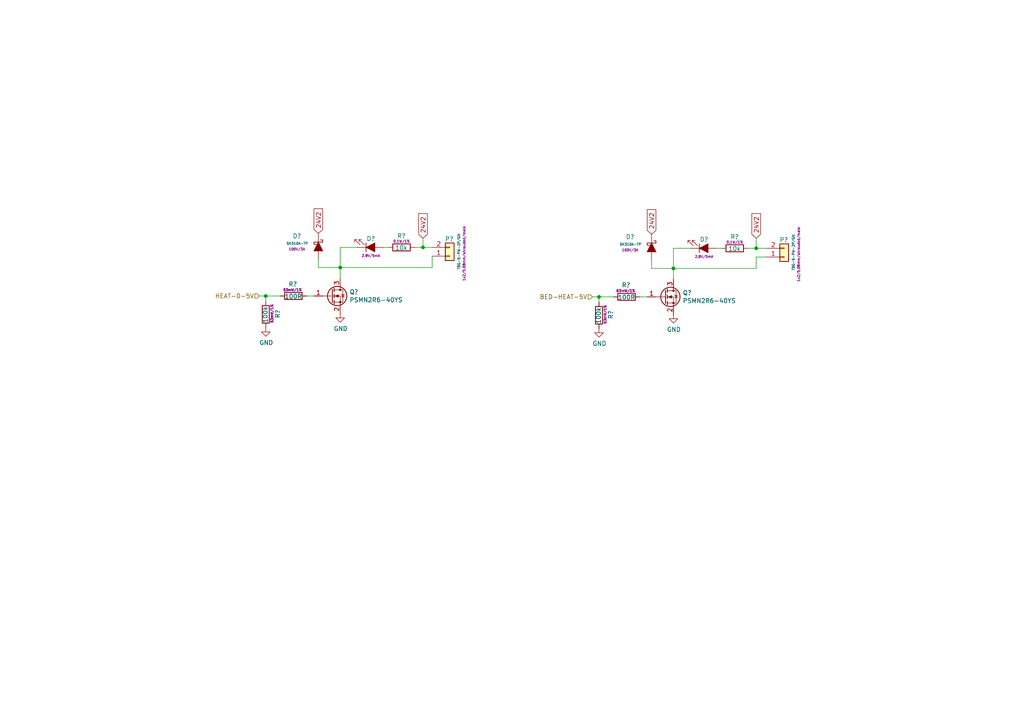
<source format=kicad_sch>
(kicad_sch (version 20231120) (generator "eeschema") (generator_version "8.0")
  (paper "A4")
  (title_block (title "Buddy") (date "2019-10-24") (rev "v1.0.0") (company "PRUSA Research s.r.o.") (comment 1 "http://creativecommons.org/licenses/by-sa/4.0/") (comment 2 "Licensed under the Attribution-ShareAlike 4.0 International (CC BY-SA 4.0)"))
  (lib_symbols
    (symbol "BUDDY_v1.0.0-rescue:D_Schottky_ALT-Device" (pin_numbers hide) (pin_names (offset 1.016) hide)
      (property "Reference" "D" (at 0 2.54 0))
      (property "Value" "Device:D_Schottky_ALT" (at 0 -2.54 0))
      (symbol "D_Schottky_ALT-Device_0_1"
        (polyline (pts (xy 1.27 0) (xy -1.27 0)))
        (polyline (pts (xy 1.27 1.27) (xy 1.27 -1.27) (xy -1.27 0) (xy 1.27 1.27)) (stroke (width 0.2032)) (fill (type outline)))
        (polyline (pts (xy -1.905 0.635) (xy -1.905 1.27) (xy -1.27 1.27) (xy -1.27 -1.27) (xy -0.635 -1.27) (xy -0.635 -0.635)) (stroke (width 0.2032)))
      )
      (symbol "D_Schottky_ALT-Device_1_1"
        (pin passive line (at -3.81 0 0) (length 2.54) (name "K") (number "1"))
        (pin passive line (at 3.81 0 180) (length 2.54) (name "A") (number "2"))
      )
    )
    (symbol "BUDDY_v1.0.0-rescue:GND-power" (power) (pin_names (offset 0))
      (property "Value" "power:GND" (at 0 -3.81 0))
      (symbol "GND-power_0_1"
        (polyline (pts (xy 0 0) (xy 0 -1.27) (xy 1.27 -1.27) (xy 0 -2.54) (xy -1.27 -1.27) (xy 0 -1.27)))
      )
      (symbol "GND-power_1_1"
        (pin power_in line (at 0 0 270) (length 0) hide (name "GND") (number "1"))
      )
    )
    (symbol "BUDDY_v1.0.0-rescue:LED_ALT-Device" (pin_numbers hide) (pin_names (offset 1.016) hide)
      (property "Reference" "D" (at 0 2.54 0))
      (property "Value" "Device:LED_ALT" (at 0 -2.54 0))
      (symbol "LED_ALT-Device_0_1"
        (polyline (pts (xy -1.27 -1.27) (xy -1.27 1.27)) (stroke (width 0.2032)))
        (polyline (pts (xy -1.27 0) (xy 1.27 0)))
        (polyline (pts (xy 1.27 -1.27) (xy 1.27 1.27) (xy -1.27 0) (xy 1.27 -1.27)) (stroke (width 0.2032)) (fill (type outline)))
        (polyline (pts (xy -3.048 -0.762) (xy -4.572 -2.286) (xy -3.81 -2.286) (xy -4.572 -2.286) (xy -4.572 -1.524)))
        (polyline (pts (xy -1.778 -0.762) (xy -3.302 -2.286) (xy -2.54 -2.286) (xy -3.302 -2.286) (xy -3.302 -1.524)))
      )
      (symbol "LED_ALT-Device_1_1"
        (pin passive line (at -3.81 0 0) (length 2.54) (name "K") (number "1"))
        (pin passive line (at 3.81 0 180) (length 2.54) (name "A") (number "2"))
      )
    )
    (symbol "Connector_Generic:Conn_01x02" (pin_names (offset 1.016) hide)
      (property "Reference" "J" (at 0 2.54 0))
      (property "Value" "Conn_01x02" (at 0 -5.08 0))
      (symbol "Conn_01x02_1_1"
        (rectangle (start -1.27 -2.413) (end 0 -2.667) (stroke (width 0.1524)))
        (rectangle (start -1.27 0.127) (end 0 -0.127) (stroke (width 0.1524)))
        (rectangle (start -1.27 1.27) (end 1.27 -3.81) (stroke (width 0.254)) (fill (type background)))
        (pin passive line (at -5.08 0 0) (length 3.81) (name "Pin_1") (number "1"))
        (pin passive line (at -5.08 -2.54 0) (length 3.81) (name "Pin_2") (number "2"))
      )
    )
    (symbol "Device:R" (pin_numbers hide) (pin_names (offset 0))
      (property "Reference" "R" (at 2.032 0 90))
      (property "Value" "R" (at 0 0 90))
      (symbol "R_0_1"
        (rectangle (start -1.016 -2.54) (end 1.016 2.54) (stroke (width 0.254)))
      )
      (symbol "R_1_1"
        (pin passive line (at 0 3.81 270) (length 1.27) (name "~") (number "1"))
        (pin passive line (at 0 -3.81 90) (length 1.27) (name "~") (number "2"))
      )
    )
    (symbol "Transistor_FET:MMBF170" (pin_names hide)
      (property "Reference" "Q" (at 5.08 1.905 0))
      (property "Value" "MMBF170" (at 5.08 0 0))
      (symbol "MMBF170_0_1"
        (polyline (pts (xy 0.254 0) (xy -2.54 0)))
        (polyline (pts (xy 0.254 1.905) (xy 0.254 -1.905)) (stroke (width 0.254)))
        (polyline (pts (xy 0.762 -1.27) (xy 0.762 -2.286)) (stroke (width 0.254)))
        (polyline (pts (xy 0.762 0.508) (xy 0.762 -0.508)) (stroke (width 0.254)))
        (polyline (pts (xy 0.762 2.286) (xy 0.762 1.27)) (stroke (width 0.254)))
        (polyline (pts (xy 2.54 2.54) (xy 2.54 1.778)))
        (polyline (pts (xy 2.54 -2.54) (xy 2.54 0) (xy 0.762 0)))
        (polyline (pts (xy 0.762 -1.778) (xy 3.302 -1.778) (xy 3.302 1.778) (xy 0.762 1.778)))
        (polyline (pts (xy 1.016 0) (xy 2.032 0.381) (xy 2.032 -0.381) (xy 1.016 0)) (fill (type outline)))
        (polyline (pts (xy 2.794 0.508) (xy 2.921 0.381) (xy 3.683 0.381) (xy 3.81 0.254)))
        (polyline (pts (xy 3.302 0.381) (xy 2.921 -0.254) (xy 3.683 -0.254) (xy 3.302 0.381)))
        (circle (center 1.651 0) (radius 2.794) (stroke (width 0.254)))
        (circle (center 2.54 -1.778) (radius 0.254) (fill (type outline)))
        (circle (center 2.54 1.778) (radius 0.254) (fill (type outline)))
      )
      (symbol "MMBF170_1_1"
        (pin input line (at -5.08 0 0) (length 2.54) (name "G") (number "1"))
        (pin passive line (at 2.54 -5.08 90) (length 2.54) (name "S") (number "2"))
        (pin passive line (at 2.54 5.08 270) (length 2.54) (name "D") (number "3"))
      )
    )
  )
  (junction (at 219.329 72.009))
  (junction (at 77.089 85.852))
  (junction (at 98.679 77.597))
  (junction (at 173.736 86.106))
  (junction (at 122.682 71.755))
  (junction (at 195.326 77.851))
  (wire (pts (xy 98.679 77.597) (xy 92.329 77.597)))
  (wire (pts (xy 77.089 85.852) (xy 81.28 85.852)))
  (wire (pts (xy 88.9 85.852) (xy 91.059 85.852)))
  (wire (pts (xy 185.547 86.106) (xy 187.706 86.106)))
  (wire (pts (xy 195.326 81.026) (xy 195.326 77.851)))
  (wire (pts (xy 125.349 77.597) (xy 125.349 74.295)))
  (wire (pts (xy 195.326 77.851) (xy 188.976 77.851)))
  (wire (pts (xy 98.679 71.755) (xy 103.632 71.755)))
  (wire (pts (xy 195.326 77.851) (xy 219.329 77.851)))
  (wire (pts (xy 219.329 69.088) (xy 219.329 72.009)))
  (wire (pts (xy 77.089 87.376) (xy 77.089 85.852)))
  (wire (pts (xy 219.329 74.549) (xy 219.329 77.851)))
  (wire (pts (xy 98.679 80.772) (xy 98.679 77.597)))
  (wire (pts (xy 77.089 85.852) (xy 75.184 85.852)))
  (wire (pts (xy 195.326 72.009) (xy 200.279 72.009)))
  (wire (pts (xy 173.736 86.106) (xy 171.831 86.106)))
  (wire (pts (xy 188.976 77.851) (xy 188.976 75.565)))
  (wire (pts (xy 92.329 77.597) (xy 92.329 75.311)))
  (wire (pts (xy 120.269 71.755) (xy 122.682 71.755)))
  (wire (pts (xy 173.736 86.106) (xy 177.927 86.106)))
  (wire (pts (xy 98.679 77.597) (xy 98.679 71.755)))
  (wire (pts (xy 222.377 74.549) (xy 219.329 74.549)))
  (wire (pts (xy 111.252 71.755) (xy 112.649 71.755)))
  (wire (pts (xy 195.326 77.851) (xy 195.326 72.009)))
  (wire (pts (xy 122.682 71.755) (xy 122.682 69.088)))
  (wire (pts (xy 219.329 72.009) (xy 222.377 72.009)))
  (wire (pts (xy 98.679 77.597) (xy 125.349 77.597)))
  (wire (pts (xy 122.682 71.755) (xy 125.349 71.755)))
  (wire (pts (xy 207.899 72.009) (xy 209.296 72.009)))
  (wire (pts (xy 216.916 72.009) (xy 219.329 72.009)))
  (wire (pts (xy 173.736 87.63) (xy 173.736 86.106)))
  (global_label "24V2" (shape input) (at 92.329 67.691 90) (property "Intersheetrefs" "${INTERSHEET_REFS}" (effects (hide yes))))
  (global_label "24V2" (shape input) (at 188.976 67.945 90) (property "Intersheetrefs" "${INTERSHEET_REFS}" (effects (hide yes))))
  (global_label "24V2" (shape input) (at 219.329 69.088 90) (property "Intersheetrefs" "${INTERSHEET_REFS}" (effects (hide yes))))
  (global_label "24V2" (shape input) (at 122.682 69.088 90) (property "Intersheetrefs" "${INTERSHEET_REFS}" (effects (hide yes))))
  (hierarchical_label "HEAT-0-5V" (shape input) (at 75.184 85.852 180))
  (hierarchical_label "BED-HEAT-5V" (shape input) (at 171.831 86.106 180))
  (symbol (lib_id "Device:R") (at 85.09 85.852 90) (unit 1)
    (property "Reference" "R44" (at 86.233 82.423 90) (effects (justify left)))
    (property "Value" "100R" (at 87.63 85.979 90) (effects (justify left)))
    (property "Footprint" "A3IDES_footprints:R_0402_1005Metric" (effects (hide yes)))
    (property "req" "63mW/1%" (at 84.836 84.074 90) (effects (font (size 0.7112 0.7112))))
    (instances (project "" (path "" (reference "R?") (unit 1)) (path "" (reference "R44") (unit 1))))
  )
  (symbol (lib_id "Transistor_FET:MMBF170") (at 96.139 85.852 0) (unit 1)
    (property "Reference" "Q3" (at 101.346 84.6836 0) (effects (justify left)))
    (property "Value" "PSMN2R6-40YS" (at 101.346 86.995 0) (effects (justify left)))
    (property "Footprint" "A3IDES_footprints:SOT-669_LFPAK_alternate-numbers_VIA" (effects (hide yes)))
    (property "req" "40V/100A/272W/1,8mΩ" (effects (hide yes)))
    (instances (project "" (path "" (reference "Q?") (unit 1)) (path "" (reference "Q3") (unit 1))))
  )
  (symbol (lib_id "BUDDY_v1.0.0-rescue:GND-power") (at 98.679 90.932 0) (unit 1)
    (property "Reference" "#PWR044" (effects (hide yes)))
    (property "Value" "GND" (at 98.806 95.3262 0))
    (instances (project "" (path "" (reference "#PWR?") (unit 1)) (path "" (reference "#PWR044") (unit 1))))
  )
  (symbol (lib_id "BUDDY_v1.0.0-rescue:LED_ALT-Device") (at 107.442 71.755 0) (mirror x) (unit 1)
    (property "Reference" "D13" (at 107.569 69.215 0))
    (property "Value" "GRN" (effects (hide yes)))
    (property "Footprint" "A3IDES_footprints:LED_0603" (effects (hide yes)))
    (property "req" "2,8V/5mA" (at 107.569 74.168 0) (effects (font (size 0.7112 0.7112))))
    (instances (project "" (path "" (reference "D?") (unit 1)) (path "" (reference "D13") (unit 1))))
  )
  (symbol (lib_id "Device:R") (at 116.459 71.755 90) (unit 1)
    (property "Reference" "R45" (at 117.729 68.453 90) (effects (justify left)))
    (property "Value" "10k" (at 118.237 71.882 90) (effects (justify left)))
    (property "Footprint" "A3IDES_footprints:R_0603_1608Metric" (effects (hide yes)))
    (property "req" "0,1W/1%" (at 116.459 69.977 90) (effects (font (size 0.7112 0.7112))))
    (instances (project "" (path "" (reference "R?") (unit 1)) (path "" (reference "R45") (unit 1))))
  )
  (symbol (lib_id "Connector_Generic:Conn_01x02") (at 130.429 74.295 0) (mirror x) (unit 1)
    (property "Reference" "P5" (at 129.032 69.342 0) (effects (justify left)))
    (property "Value" "TBG-5-PW-2P/GN" (at 133.096 67.691 90) (effects (font (size 0.7112 0.7112)) (justify left)))
    (property "Footprint" "A3IDES_footprints:PhoenixContact_MSTBVA-G_02x5.08mm_Vertical" (effects (hide yes)))
    (property "req" "1x2/5,08mm/shrouded/male" (at 134.62 65.532 90) (effects (font (size 0.7112 0.7112)) (justify left)))
    (instances (project "" (path "" (reference "P?") (unit 1)) (path "" (reference "P5") (unit 1))))
  )
  (symbol (lib_id "BUDDY_v1.0.0-rescue:D_Schottky_ALT-Device") (at 92.329 71.501 270) (unit 1)
    (property "Reference" "D12" (at 84.836 68.453 90) (effects (justify left)))
    (property "Value" "SK310A-TP" (at 83.058 70.612 90) (effects (font (size 0.7112 0.7112)) (justify left)))
    (property "Footprint" "A3IDES_footprints:DO-214AC" (effects (hide yes)))
    (property "req" "100V/3A" (at 86.106 72.263 90) (effects (font (size 0.7112 0.7112))))
    (instances (project "" (path "" (reference "D?") (unit 1)) (path "" (reference "D12") (unit 1))))
  )
  (symbol (lib_id "Device:R") (at 77.089 91.186 0) (unit 1)
    (property "Reference" "R43" (at 80.518 92.329 90) (effects (justify left)))
    (property "Value" "100k" (at 76.962 93.726 90) (effects (justify left)))
    (property "Footprint" "A3IDES_footprints:R_0402_1005Metric" (effects (hide yes)))
    (property "req" "63mW/1%" (at 78.867 90.932 90) (effects (font (size 0.7112 0.7112))))
    (instances (project "" (path "" (reference "R?") (unit 1)) (path "" (reference "R43") (unit 1))))
  )
  (symbol (lib_id "BUDDY_v1.0.0-rescue:GND-power") (at 77.089 94.996 0) (unit 1)
    (property "Reference" "#PWR042" (effects (hide yes)))
    (property "Value" "GND" (at 77.216 99.3902 0))
    (instances (project "" (path "" (reference "#PWR?") (unit 1)) (path "" (reference "#PWR042") (unit 1))))
  )
  (symbol (lib_id "Device:R") (at 181.737 86.106 90) (unit 1)
    (property "Reference" "R47" (at 182.88 82.677 90) (effects (justify left)))
    (property "Value" "100R" (at 184.277 86.233 90) (effects (justify left)))
    (property "Footprint" "A3IDES_footprints:R_0402_1005Metric" (effects (hide yes)))
    (property "req" "63mW/1%" (at 181.483 84.328 90) (effects (font (size 0.7112 0.7112))))
    (instances (project "" (path "" (reference "R?") (unit 1)) (path "" (reference "R47") (unit 1))))
  )
  (symbol (lib_id "Transistor_FET:MMBF170") (at 192.786 86.106 0) (unit 1)
    (property "Reference" "Q4" (at 197.993 84.9376 0) (effects (justify left)))
    (property "Value" "PSMN2R6-40YS" (at 197.993 87.249 0) (effects (justify left)))
    (property "Footprint" "A3IDES_footprints:SOT-669_LFPAK_alternate-numbers_VIA" (effects (hide yes)))
    (property "req" "40V/100A/272W/1,8mΩ" (effects (hide yes)))
    (instances (project "" (path "" (reference "Q?") (unit 1)) (path "" (reference "Q4") (unit 1))))
  )
  (symbol (lib_id "BUDDY_v1.0.0-rescue:GND-power") (at 195.326 91.186 0) (unit 1)
    (property "Reference" "#PWR048" (effects (hide yes)))
    (property "Value" "GND" (at 195.453 95.5802 0))
    (instances (project "" (path "" (reference "#PWR?") (unit 1)) (path "" (reference "#PWR048") (unit 1))))
  )
  (symbol (lib_id "BUDDY_v1.0.0-rescue:LED_ALT-Device") (at 204.089 72.009 0) (mirror x) (unit 1)
    (property "Reference" "D15" (at 204.216 69.469 0))
    (property "Value" "GRN" (effects (hide yes)))
    (property "Footprint" "A3IDES_footprints:LED_0603" (effects (hide yes)))
    (property "req" "2,8V/5mA" (at 204.216 74.422 0) (effects (font (size 0.7112 0.7112))))
    (instances (project "" (path "" (reference "D?") (unit 1)) (path "" (reference "D15") (unit 1))))
  )
  (symbol (lib_id "Device:R") (at 213.106 72.009 90) (unit 1)
    (property "Reference" "R48" (at 214.376 68.707 90) (effects (justify left)))
    (property "Value" "10k" (at 214.884 72.136 90) (effects (justify left)))
    (property "Footprint" "A3IDES_footprints:R_0603_1608Metric" (effects (hide yes)))
    (property "req" "0,1W/1%" (at 213.106 70.231 90) (effects (font (size 0.7112 0.7112))))
    (instances (project "" (path "" (reference "R?") (unit 1)) (path "" (reference "R48") (unit 1))))
  )
  (symbol (lib_id "BUDDY_v1.0.0-rescue:D_Schottky_ALT-Device") (at 188.976 71.755 270) (unit 1)
    (property "Reference" "D14" (at 181.483 68.707 90) (effects (justify left)))
    (property "Value" "SK310A-TP" (at 179.705 70.866 90) (effects (font (size 0.7112 0.7112)) (justify left)))
    (property "Footprint" "A3IDES_footprints:DO-214AC" (effects (hide yes)))
    (property "req" "100V/3A" (at 182.753 72.517 90) (effects (font (size 0.7112 0.7112))))
    (instances (project "" (path "" (reference "D?") (unit 1)) (path "" (reference "D14") (unit 1))))
  )
  (symbol (lib_id "Device:R") (at 173.736 91.44 0) (unit 1)
    (property "Reference" "R46" (at 177.165 92.583 90) (effects (justify left)))
    (property "Value" "100k" (at 173.609 93.98 90) (effects (justify left)))
    (property "Footprint" "A3IDES_footprints:R_0402_1005Metric" (effects (hide yes)))
    (property "req" "63mW/1%" (at 175.514 91.186 90) (effects (font (size 0.7112 0.7112))))
    (instances (project "" (path "" (reference "R?") (unit 1)) (path "" (reference "R46") (unit 1))))
  )
  (symbol (lib_id "BUDDY_v1.0.0-rescue:GND-power") (at 173.736 95.25 0) (unit 1)
    (property "Reference" "#PWR046" (effects (hide yes)))
    (property "Value" "GND" (at 173.863 99.6442 0))
    (instances (project "" (path "" (reference "#PWR?") (unit 1)) (path "" (reference "#PWR046") (unit 1))))
  )
  (symbol (lib_id "Connector_Generic:Conn_01x02") (at 227.457 74.549 0) (mirror x) (unit 1)
    (property "Reference" "P6" (at 226.06 69.596 0) (effects (justify left)))
    (property "Value" "TBG-5-PW-2P/GN" (at 230.124 67.945 90) (effects (font (size 0.7112 0.7112)) (justify left)))
    (property "Footprint" "A3IDES_footprints:PhoenixContact_MSTBVA-G_02x5.08mm_Vertical" (effects (hide yes)))
    (property "req" "1x2/5,08mm/shrouded/male" (at 231.648 65.786 90) (effects (font (size 0.7112 0.7112)) (justify left)))
    (instances (project "" (path "" (reference "P?") (unit 1)) (path "" (reference "P6") (unit 1))))
  )
)
</source>
